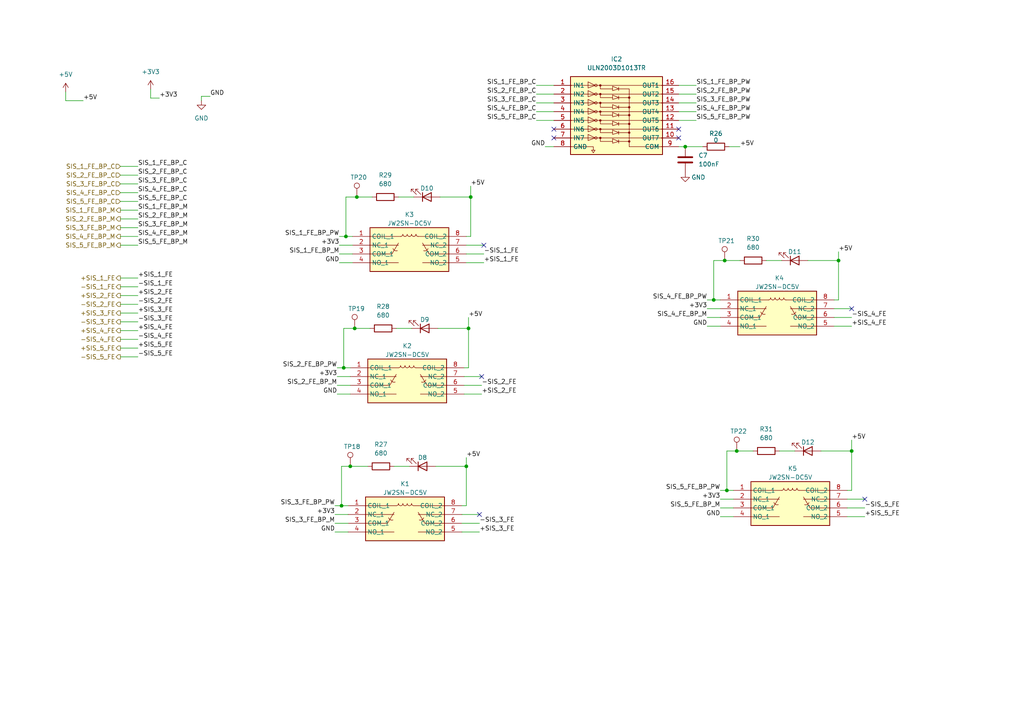
<source format=kicad_sch>
(kicad_sch (version 20211123) (generator eeschema)
  (paper "A4")
  (title_block (title "SAL/T") (date "2024-02-29") (rev "1.2") (company "Universidad de Buenos Aires") (comment 1 "Revisor: Adrian Laiuppa") (comment 2 "Autor: Martín Anús") (comment 3 "Placa principal"))
  (lib_symbols
    (symbol "JW2SN-DC5V_1"
      (property "Reference" "K" (at 16.51 6.35 0))
      (property "Value" "JW2SN-DC5V_1" (at 16.51 3.81 0))
      (symbol "JW2SN-DC5V_1_0_1"
        (polyline (pts (xy 5.08 -7.62) (xy 13.335 -7.62)))
        (polyline (pts (xy 5.08 -5.08) (xy 11.43 -5.08)))
        (polyline (pts (xy 5.08 -2.54) (xy 13.335 -2.54)))
        (polyline (pts (xy 5.08 0) (xy 13.97 0)))
        (polyline (pts (xy 11.43 -5.08) (xy 13.335 -1.905)))
        (polyline (pts (xy 19.05 0) (xy 27.94 0)))
        (polyline (pts (xy 22.225 -5.08) (xy 20.32 -1.905)))
        (polyline (pts (xy 27.94 -7.62) (xy 20.32 -7.62)))
        (polyline (pts (xy 27.94 -5.08) (xy 22.225 -5.08)))
        (polyline (pts (xy 27.94 -2.54) (xy 20.32 -2.54)))
        (arc (start 11.7486 -3.4904) (mid 11.6152 -5.3445) (end 13.0186 -4.1254))
        (arc (start 13.97 0) (mid 15.054 -0.449) (end 14.605 0.635))
        (arc (start 14.605 0.635) (mid 14.156 -0.449) (end 15.24 0))
        (arc (start 15.24 0) (mid 16.324 -0.449) (end 15.875 0.635))
        (arc (start 15.875 0.635) (mid 15.426 -0.449) (end 16.51 0))
        (arc (start 16.51 0) (mid 17.594 -0.449) (end 17.145 0.635))
        (arc (start 17.145 0.635) (mid 16.696 -0.449) (end 17.78 0))
        (arc (start 17.78 0) (mid 18.864 -0.449) (end 18.415 0.635))
        (arc (start 18.415 0.635) (mid 17.966 -0.449) (end 19.05 0))
        (arc (start 20.6375 -4.1275) (mid 22.039 -5.343) (end 21.9075 -3.4925))
      )
      (symbol "JW2SN-DC5V_1_1_1"
        (rectangle (start 5.08 2.54) (end 27.94 -10.16) (stroke (width 0.254)) (fill (type background)))
        (pin passive line (at 0 0 0) (length 5.08) (name "COIL_1") (number "1"))
        (pin passive line (at 0 -2.54 0) (length 5.08) (name "NC_1") (number "2"))
        (pin passive line (at 0 -5.08 0) (length 5.08) (name "COM_1") (number "3"))
        (pin passive line (at 0 -7.62 0) (length 5.08) (name "NO_1") (number "4"))
        (pin passive line (at 33.02 -7.62 180) (length 5.08) (name "NO_2") (number "5"))
        (pin passive line (at 33.02 -5.08 180) (length 5.08) (name "COM_2") (number "6"))
        (pin passive line (at 33.02 -2.54 180) (length 5.08) (name "NC_2") (number "7"))
        (pin passive line (at 33.02 0 180) (length 5.08) (name "COIL_2") (number "8"))
      )
    )
    (symbol "JW2SN-DC5V_2"
      (property "Reference" "K" (at 16.51 6.35 0))
      (property "Value" "JW2SN-DC5V_2" (at 16.51 3.81 0))
      (symbol "JW2SN-DC5V_2_0_1"
        (polyline (pts (xy 5.08 -7.62) (xy 13.335 -7.62)))
        (polyline (pts (xy 5.08 -5.08) (xy 11.43 -5.08)))
        (polyline (pts (xy 5.08 -2.54) (xy 13.335 -2.54)))
        (polyline (pts (xy 5.08 0) (xy 13.97 0)))
        (polyline (pts (xy 11.43 -5.08) (xy 13.335 -1.905)))
        (polyline (pts (xy 19.05 0) (xy 27.94 0)))
        (polyline (pts (xy 22.225 -5.08) (xy 20.32 -1.905)))
        (polyline (pts (xy 27.94 -7.62) (xy 20.32 -7.62)))
        (polyline (pts (xy 27.94 -5.08) (xy 22.225 -5.08)))
        (polyline (pts (xy 27.94 -2.54) (xy 20.32 -2.54)))
        (arc (start 11.7486 -3.4904) (mid 11.6152 -5.3445) (end 13.0186 -4.1254))
        (arc (start 13.97 0) (mid 15.054 -0.449) (end 14.605 0.635))
        (arc (start 14.605 0.635) (mid 14.156 -0.449) (end 15.24 0))
        (arc (start 15.24 0) (mid 16.324 -0.449) (end 15.875 0.635))
        (arc (start 15.875 0.635) (mid 15.426 -0.449) (end 16.51 0))
        (arc (start 16.51 0) (mid 17.594 -0.449) (end 17.145 0.635))
        (arc (start 17.145 0.635) (mid 16.696 -0.449) (end 17.78 0))
        (arc (start 17.78 0) (mid 18.864 -0.449) (end 18.415 0.635))
        (arc (start 18.415 0.635) (mid 17.966 -0.449) (end 19.05 0))
        (arc (start 20.6375 -4.1275) (mid 22.039 -5.343) (end 21.9075 -3.4925))
      )
      (symbol "JW2SN-DC5V_2_1_1"
        (rectangle (start 5.08 2.54) (end 27.94 -10.16) (stroke (width 0.254)) (fill (type background)))
        (pin passive line (at 0 0 0) (length 5.08) (name "COIL_1") (number "1"))
        (pin passive line (at 0 -2.54 0) (length 5.08) (name "NC_1") (number "2"))
        (pin passive line (at 0 -5.08 0) (length 5.08) (name "COM_1") (number "3"))
        (pin passive line (at 0 -7.62 0) (length 5.08) (name "NO_1") (number "4"))
        (pin passive line (at 33.02 -7.62 180) (length 5.08) (name "NO_2") (number "5"))
        (pin passive line (at 33.02 -5.08 180) (length 5.08) (name "COM_2") (number "6"))
        (pin passive line (at 33.02 -2.54 180) (length 5.08) (name "NC_2") (number "7"))
        (pin passive line (at 33.02 0 180) (length 5.08) (name "COIL_2") (number "8"))
      )
    )
    (symbol "JW2SN-DC5V_3"
      (property "Reference" "K" (at 16.51 6.35 0))
      (property "Value" "JW2SN-DC5V_3" (at 16.51 3.81 0))
      (symbol "JW2SN-DC5V_3_0_1"
        (polyline (pts (xy 5.08 -7.62) (xy 13.335 -7.62)))
        (polyline (pts (xy 5.08 -5.08) (xy 11.43 -5.08)))
        (polyline (pts (xy 5.08 -2.54) (xy 13.335 -2.54)))
        (polyline (pts (xy 5.08 0) (xy 13.97 0)))
        (polyline (pts (xy 11.43 -5.08) (xy 13.335 -1.905)))
        (polyline (pts (xy 19.05 0) (xy 27.94 0)))
        (polyline (pts (xy 22.225 -5.08) (xy 20.32 -1.905)))
        (polyline (pts (xy 27.94 -7.62) (xy 20.32 -7.62)))
        (polyline (pts (xy 27.94 -5.08) (xy 22.225 -5.08)))
        (polyline (pts (xy 27.94 -2.54) (xy 20.32 -2.54)))
        (arc (start 11.7486 -3.4904) (mid 11.6152 -5.3445) (end 13.0186 -4.1254))
        (arc (start 13.97 0) (mid 15.054 -0.449) (end 14.605 0.635))
        (arc (start 14.605 0.635) (mid 14.156 -0.449) (end 15.24 0))
        (arc (start 15.24 0) (mid 16.324 -0.449) (end 15.875 0.635))
        (arc (start 15.875 0.635) (mid 15.426 -0.449) (end 16.51 0))
        (arc (start 16.51 0) (mid 17.594 -0.449) (end 17.145 0.635))
        (arc (start 17.145 0.635) (mid 16.696 -0.449) (end 17.78 0))
        (arc (start 17.78 0) (mid 18.864 -0.449) (end 18.415 0.635))
        (arc (start 18.415 0.635) (mid 17.966 -0.449) (end 19.05 0))
        (arc (start 20.6375 -4.1275) (mid 22.039 -5.343) (end 21.9075 -3.4925))
      )
      (symbol "JW2SN-DC5V_3_1_1"
        (rectangle (start 5.08 2.54) (end 27.94 -10.16) (stroke (width 0.254)) (fill (type background)))
        (pin passive line (at 0 0 0) (length 5.08) (name "COIL_1") (number "1"))
        (pin passive line (at 0 -2.54 0) (length 5.08) (name "NC_1") (number "2"))
        (pin passive line (at 0 -5.08 0) (length 5.08) (name "COM_1") (number "3"))
        (pin passive line (at 0 -7.62 0) (length 5.08) (name "NO_1") (number "4"))
        (pin passive line (at 33.02 -7.62 180) (length 5.08) (name "NO_2") (number "5"))
        (pin passive line (at 33.02 -5.08 180) (length 5.08) (name "COM_2") (number "6"))
        (pin passive line (at 33.02 -2.54 180) (length 5.08) (name "NC_2") (number "7"))
        (pin passive line (at 33.02 0 180) (length 5.08) (name "COIL_2") (number "8"))
      )
    )
    (symbol "JW2SN-DC5V_4"
      (property "Reference" "K" (at 16.51 6.35 0))
      (property "Value" "JW2SN-DC5V_4" (at 16.51 3.81 0))
      (symbol "JW2SN-DC5V_4_0_1"
        (polyline (pts (xy 5.08 -7.62) (xy 13.335 -7.62)))
        (polyline (pts (xy 5.08 -5.08) (xy 11.43 -5.08)))
        (polyline (pts (xy 5.08 -2.54) (xy 13.335 -2.54)))
        (polyline (pts (xy 5.08 0) (xy 13.97 0)))
        (polyline (pts (xy 11.43 -5.08) (xy 13.335 -1.905)))
        (polyline (pts (xy 19.05 0) (xy 27.94 0)))
        (polyline (pts (xy 22.225 -5.08) (xy 20.32 -1.905)))
        (polyline (pts (xy 27.94 -7.62) (xy 20.32 -7.62)))
        (polyline (pts (xy 27.94 -5.08) (xy 22.225 -5.08)))
        (polyline (pts (xy 27.94 -2.54) (xy 20.32 -2.54)))
        (arc (start 11.7486 -3.4904) (mid 11.6152 -5.3445) (end 13.0186 -4.1254))
        (arc (start 13.97 0) (mid 15.054 -0.449) (end 14.605 0.635))
        (arc (start 14.605 0.635) (mid 14.156 -0.449) (end 15.24 0))
        (arc (start 15.24 0) (mid 16.324 -0.449) (end 15.875 0.635))
        (arc (start 15.875 0.635) (mid 15.426 -0.449) (end 16.51 0))
        (arc (start 16.51 0) (mid 17.594 -0.449) (end 17.145 0.635))
        (arc (start 17.145 0.635) (mid 16.696 -0.449) (end 17.78 0))
        (arc (start 17.78 0) (mid 18.864 -0.449) (end 18.415 0.635))
        (arc (start 18.415 0.635) (mid 17.966 -0.449) (end 19.05 0))
        (arc (start 20.6375 -4.1275) (mid 22.039 -5.343) (end 21.9075 -3.4925))
      )
      (symbol "JW2SN-DC5V_4_1_1"
        (rectangle (start 5.08 2.54) (end 27.94 -10.16) (stroke (width 0.254)) (fill (type background)))
        (pin passive line (at 0 0 0) (length 5.08) (name "COIL_1") (number "1"))
        (pin passive line (at 0 -2.54 0) (length 5.08) (name "NC_1") (number "2"))
        (pin passive line (at 0 -5.08 0) (length 5.08) (name "COM_1") (number "3"))
        (pin passive line (at 0 -7.62 0) (length 5.08) (name "NO_1") (number "4"))
        (pin passive line (at 33.02 -7.62 180) (length 5.08) (name "NO_2") (number "5"))
        (pin passive line (at 33.02 -5.08 180) (length 5.08) (name "COM_2") (number "6"))
        (pin passive line (at 33.02 -2.54 180) (length 5.08) (name "NC_2") (number "7"))
        (pin passive line (at 33.02 0 180) (length 5.08) (name "COIL_2") (number "8"))
      )
    )
    (symbol "power:+3V3" (power) (pin_names (offset 0))
      (property "Value" "+3V3" (at 0 3.556 0))
      (symbol "+3V3_0_1"
        (polyline (pts (xy -0.762 1.27) (xy 0 2.54)))
        (polyline (pts (xy 0 0) (xy 0 2.54)))
        (polyline (pts (xy 0 2.54) (xy 0.762 1.27)))
      )
      (symbol "+3V3_1_1"
        (pin power_in line (at 0 0 90) (length 0) hide (name "+3V3") (number "1"))
      )
    )
    (symbol "power:+5V" (power) (pin_names (offset 0))
      (property "Value" "+5V" (at 0 3.556 0))
      (symbol "+5V_0_1"
        (polyline (pts (xy -0.762 1.27) (xy 0 2.54)))
        (polyline (pts (xy 0 0) (xy 0 2.54)))
        (polyline (pts (xy 0 2.54) (xy 0.762 1.27)))
      )
      (symbol "+5V_1_1"
        (pin power_in line (at 0 0 90) (length 0) hide (name "+5V") (number "1"))
      )
    )
    (symbol "power:GND" (power) (pin_names (offset 0))
      (property "Value" "GND" (at 0 -3.81 0))
      (symbol "GND_0_1"
        (polyline (pts (xy 0 0) (xy 0 -1.27) (xy 1.27 -1.27) (xy 0 -2.54) (xy -1.27 -1.27) (xy 0 -1.27)))
      )
      (symbol "GND_1_1"
        (pin power_in line (at 0 0 270) (length 0) hide (name "GND") (number "1"))
      )
    )
    (symbol "salt:C_100nF" (pin_numbers hide) (pin_names (offset 0.254))
      (property "Reference" "C" (at 0.635 2.54 0))
      (property "Value" "C_100nF" (at 0.635 -2.54 0))
      (symbol "C_100nF_0_1"
        (polyline (pts (xy -2.032 -0.762) (xy 2.032 -0.762)) (stroke (width 0.508)))
        (polyline (pts (xy -2.032 0.762) (xy 2.032 0.762)) (stroke (width 0.508)))
      )
      (symbol "C_100nF_1_1"
        (pin passive line (at 0 3.81 270) (length 2.794) (name "~") (number "1"))
        (pin passive line (at 0 -3.81 90) (length 2.794) (name "~") (number "2"))
      )
    )
    (symbol "salt:JW2SN-DC5V"
      (property "Reference" "K" (at 16.51 6.35 0))
      (property "Value" "JW2SN-DC5V" (at 16.51 3.81 0))
      (symbol "JW2SN-DC5V_0_1"
        (polyline (pts (xy 5.08 -7.62) (xy 13.335 -7.62)))
        (polyline (pts (xy 5.08 -5.08) (xy 11.43 -5.08)))
        (polyline (pts (xy 5.08 -2.54) (xy 13.335 -2.54)))
        (polyline (pts (xy 5.08 0) (xy 13.97 0)))
        (polyline (pts (xy 11.43 -5.08) (xy 13.335 -1.905)))
        (polyline (pts (xy 19.05 0) (xy 27.94 0)))
        (polyline (pts (xy 22.225 -5.08) (xy 20.32 -1.905)))
        (polyline (pts (xy 27.94 -7.62) (xy 20.32 -7.62)))
        (polyline (pts (xy 27.94 -5.08) (xy 22.225 -5.08)))
        (polyline (pts (xy 27.94 -2.54) (xy 20.32 -2.54)))
        (arc (start 11.7486 -3.4904) (mid 11.6152 -5.3445) (end 13.0186 -4.1254))
        (arc (start 13.97 0) (mid 15.054 -0.449) (end 14.605 0.635))
        (arc (start 14.605 0.635) (mid 14.156 -0.449) (end 15.24 0))
        (arc (start 15.24 0) (mid 16.324 -0.449) (end 15.875 0.635))
        (arc (start 15.875 0.635) (mid 15.426 -0.449) (end 16.51 0))
        (arc (start 16.51 0) (mid 17.594 -0.449) (end 17.145 0.635))
        (arc (start 17.145 0.635) (mid 16.696 -0.449) (end 17.78 0))
        (arc (start 17.78 0) (mid 18.864 -0.449) (end 18.415 0.635))
        (arc (start 18.415 0.635) (mid 17.966 -0.449) (end 19.05 0))
        (arc (start 20.6375 -4.1275) (mid 22.039 -5.343) (end 21.9075 -3.4925))
      )
      (symbol "JW2SN-DC5V_1_1"
        (rectangle (start 5.08 2.54) (end 27.94 -10.16) (stroke (width 0.254)) (fill (type background)))
        (pin passive line (at 0 0 0) (length 5.08) (name "COIL_1") (number "1"))
        (pin passive line (at 0 -2.54 0) (length 5.08) (name "NC_1") (number "2"))
        (pin passive line (at 0 -5.08 0) (length 5.08) (name "COM_1") (number "3"))
        (pin passive line (at 0 -7.62 0) (length 5.08) (name "NO_1") (number "4"))
        (pin passive line (at 33.02 -7.62 180) (length 5.08) (name "NO_2") (number "5"))
        (pin passive line (at 33.02 -5.08 180) (length 5.08) (name "COM_2") (number "6"))
        (pin passive line (at 33.02 -2.54 180) (length 5.08) (name "NC_2") (number "7"))
        (pin passive line (at 33.02 0 180) (length 5.08) (name "COIL_2") (number "8"))
      )
    )
    (symbol "salt:LED" (pin_numbers hide) (pin_names (offset 1.016) hide)
      (property "Reference" "D" (at 0 2.54 0))
      (symbol "LED_0_1"
        (polyline (pts (xy -1.27 -1.27) (xy -1.27 1.27)) (stroke (width 0.254)))
        (polyline (pts (xy -1.27 0) (xy 1.27 0)))
        (polyline (pts (xy 1.27 -1.27) (xy 1.27 1.27) (xy -1.27 0) (xy 1.27 -1.27)) (stroke (width 0.254)))
        (polyline (pts (xy -3.048 -0.762) (xy -4.572 -2.286) (xy -3.81 -2.286) (xy -4.572 -2.286) (xy -4.572 -1.524)))
        (polyline (pts (xy -1.778 -0.762) (xy -3.302 -2.286) (xy -2.54 -2.286) (xy -3.302 -2.286) (xy -3.302 -1.524)))
      )
      (symbol "LED_1_1"
        (pin passive line (at -3.81 0 0) (length 2.54) (name "K") (number "1"))
        (pin passive line (at 3.81 0 180) (length 2.54) (name "A") (number "2"))
      )
    )
    (symbol "salt:R_0" (pin_numbers hide) (pin_names (offset 1.016) hide)
      (property "Reference" "R" (at -2.032 1.524 0))
      (property "Value" "R_0" (at -4.318 -0.254 0))
      (symbol "R_0_0_1"
        (rectangle (start -1.016 -2.54) (end 1.016 2.54) (stroke (width 0.254)))
      )
      (symbol "R_0_1_1"
        (pin passive line (at 0 3.81 270) (length 1.27) (name "~") (number "1"))
        (pin passive line (at 0 -3.81 90) (length 1.27) (name "~") (number "2"))
      )
    )
    (symbol "salt:R_680" (pin_numbers hide) (pin_names (offset 1.016) hide)
      (property "Reference" "R" (at -2.032 1.524 0))
      (property "Value" "R_680" (at -4.318 -0.254 0))
      (symbol "R_680_0_1"
        (rectangle (start -1.016 -2.54) (end 1.016 2.54) (stroke (width 0.254)))
      )
      (symbol "R_680_1_1"
        (pin passive line (at 0 3.81 270) (length 1.27) (name "~") (number "1"))
        (pin passive line (at 0 -3.81 90) (length 1.27) (name "~") (number "2"))
      )
    )
    (symbol "salt:TestPoint" (pin_numbers hide) (pin_names (offset 0.762) hide)
      (property "Reference" "TP" (at 0 6.858 0))
      (property "Value" "TestPoint" (at 0 5.08 0))
      (symbol "TestPoint_0_1"
        (circle (center 0 3.302) (radius 0.762))
      )
      (symbol "TestPoint_1_1"
        (pin passive line (at 0 0 90) (length 2.54) (name "1") (number "1"))
      )
    )
    (symbol "salt:ULN2003D1013TR"
      (property "Reference" "IC" (at 27.178 5.588 0))
      (property "Value" "ULN2003D1013TR" (at 28.194 3.556 0))
      (symbol "ULN2003D1013TR_0_0"
        (text "" (at 10.922 -13.208 0) (effects (font (size 1.27 1.27))))
      )
      (symbol "ULN2003D1013TR_0_1"
        (polyline (pts (xy 4.826 0) (xy 30.988 0)))
        (polyline (pts (xy 5.08 -15.24) (xy 31.496 -15.24)))
        (polyline (pts (xy 5.08 -12.7) (xy 31.242 -12.7)))
        (polyline (pts (xy 5.08 -10.16) (xy 31.242 -10.16)))
        (polyline (pts (xy 5.08 -7.62) (xy 31.242 -7.62)))
        (polyline (pts (xy 5.08 -5.08) (xy 31.242 -5.08)))
        (polyline (pts (xy 5.08 -2.54) (xy 31.242 -2.54)))
        (polyline (pts (xy 18.542 -8.636) (xy 21.59 -8.636)))
        (polyline (pts (xy 18.542 -6.35) (xy 21.59 -6.35)))
        (polyline (pts (xy 18.796 -16.256) (xy 21.844 -16.256)))
        (polyline (pts (xy 18.796 -15.748) (xy 18.796 -16.764)))
        (polyline (pts (xy 18.796 -13.716) (xy 21.844 -13.716)))
        (polyline (pts (xy 18.796 -13.208) (xy 18.796 -14.224)))
        (polyline (pts (xy 18.796 -11.176) (xy 21.844 -11.176)))
        (polyline (pts (xy 18.796 -10.668) (xy 18.796 -11.684)))
        (polyline (pts (xy 18.796 -8.128) (xy 18.796 -9.144)))
        (polyline (pts (xy 18.796 -5.842) (xy 18.796 -6.858)))
        (polyline (pts (xy 18.796 -3.556) (xy 21.844 -3.556)))
        (polyline (pts (xy 18.796 -3.048) (xy 18.796 -4.064)))
        (polyline (pts (xy 18.796 -0.508) (xy 18.796 -1.524)))
        (polyline (pts (xy 21.844 -17.78) (xy 31.496 -17.78)))
        (polyline (pts (xy 5.08 -17.78) (xy 11.43 -17.78) (xy 11.43 -18.796)))
        (polyline (pts (xy 13.462 -15.24) (xy 13.462 -16.256) (xy 17.018 -16.256)))
        (polyline (pts (xy 13.462 -12.7) (xy 13.462 -13.716) (xy 17.018 -13.716)))
        (polyline (pts (xy 13.462 -10.16) (xy 13.462 -11.176) (xy 17.018 -11.176)))
        (polyline (pts (xy 13.462 -7.62) (xy 13.462 -8.636) (xy 17.018 -8.636)))
        (polyline (pts (xy 13.462 -5.334) (xy 13.462 -6.35) (xy 17.018 -6.35)))
        (polyline (pts (xy 13.462 -2.54) (xy 13.462 -3.556) (xy 17.018 -3.556)))
        (polyline (pts (xy 13.462 0) (xy 13.462 -1.016) (xy 17.018 -1.016)))
        (polyline (pts (xy 21.844 -17.78) (xy 21.844 -1.016) (xy 18.796 -1.016)))
        (polyline (pts (xy 9.906 -14.224) (xy 9.906 -16.002) (xy 11.938 -15.24) (xy 9.906 -14.224)))
        (polyline (pts (xy 9.906 -11.684) (xy 9.906 -13.462) (xy 11.938 -12.7) (xy 9.906 -11.684)))
        (polyline (pts (xy 9.906 -9.144) (xy 9.906 -10.922) (xy 11.938 -10.16) (xy 9.906 -9.144)))
        (polyline (pts (xy 9.906 -6.604) (xy 9.906 -8.382) (xy 11.938 -7.62) (xy 9.906 -6.604)))
        (polyline (pts (xy 9.906 -4.064) (xy 9.906 -5.842) (xy 11.938 -5.08) (xy 9.906 -4.064)))
        (polyline (pts (xy 9.906 -1.524) (xy 9.906 -3.302) (xy 11.938 -2.54) (xy 9.906 -1.524)))
        (polyline (pts (xy 9.906 1.016) (xy 9.906 -0.762) (xy 11.938 0) (xy 9.906 1.016)))
        (polyline (pts (xy 10.922 -18.796) (xy 11.938 -18.796) (xy 11.43 -19.558) (xy 10.922 -18.796)))
        (polyline (pts (xy 17.018 -15.494) (xy 17.018 -16.764) (xy 18.796 -16.256) (xy 17.018 -15.494)))
        (polyline (pts (xy 17.018 -12.954) (xy 17.018 -14.224) (xy 18.796 -13.716) (xy 17.018 -12.954)))
        (polyline (pts (xy 17.018 -10.414) (xy 17.018 -11.684) (xy 18.796 -11.176) (xy 17.018 -10.414)))
        (polyline (pts (xy 17.018 -7.874) (xy 17.018 -9.144) (xy 18.796 -8.636) (xy 17.018 -7.874)))
        (polyline (pts (xy 17.018 -5.588) (xy 17.018 -6.858) (xy 18.796 -6.35) (xy 17.018 -5.588)))
        (polyline (pts (xy 17.018 -2.794) (xy 17.018 -4.064) (xy 18.796 -3.556) (xy 17.018 -2.794)))
        (polyline (pts (xy 17.018 -0.254) (xy 17.018 -1.524) (xy 18.796 -1.016) (xy 17.018 -0.254)))
        (circle (center 12.192 -15.24) (radius 0.3592))
        (circle (center 12.192 -12.7) (radius 0.3592))
        (circle (center 12.192 -10.16) (radius 0.3592))
        (circle (center 12.192 -7.62) (radius 0.3592))
        (circle (center 12.192 -5.08) (radius 0.3592))
        (circle (center 12.192 -2.54) (radius 0.3592))
        (circle (center 12.192 0) (radius 0.3592))
        (circle (center 13.462 -15.24) (radius 0.254) (fill (type outline)))
        (circle (center 13.462 -12.7) (radius 0.254) (fill (type outline)))
        (circle (center 13.462 -10.16) (radius 0.254) (fill (type outline)))
        (circle (center 13.462 -7.62) (radius 0.254) (fill (type outline)))
        (circle (center 13.462 -5.08) (radius 0.254) (fill (type outline)))
        (circle (center 13.462 -2.54) (radius 0.254) (fill (type outline)))
        (circle (center 13.462 0) (radius 0.254) (fill (type outline)))
        (circle (center 21.844 -16.256) (radius 0.254) (fill (type outline)))
        (circle (center 21.844 -13.716) (radius 0.254) (fill (type outline)))
        (circle (center 21.844 -11.176) (radius 0.254) (fill (type outline)))
        (circle (center 21.844 -8.636) (radius 0.254) (fill (type outline)))
        (circle (center 21.844 -6.35) (radius 0.254) (fill (type outline)))
        (circle (center 21.844 -3.556) (radius 0.254) (fill (type outline)))
      )
      (symbol "ULN2003D1013TR_1_1"
        (rectangle (start 4.826 2.54) (end 31.496 -20.066) (stroke (width 0.254)) (fill (type background)))
        (pin passive line (at 0 0 0) (length 5.08) (name "IN1") (number "1"))
        (pin passive line (at 36.195 -15.24 180) (length 5.08) (name "OUT7") (number "10"))
        (pin passive line (at 36.195 -12.7 180) (length 5.08) (name "OUT6") (number "11"))
        (pin passive line (at 36.195 -10.16 180) (length 5.08) (name "OUT5") (number "12"))
        (pin passive line (at 36.195 -7.62 180) (length 5.08) (name "OUT4") (number "13"))
        (pin passive line (at 36.195 -5.08 180) (length 5.08) (name "OUT3") (number "14"))
        (pin passive line (at 36.195 -2.54 180) (length 5.08) (name "OUT2") (number "15"))
        (pin passive line (at 36.195 0 180) (length 5.08) (name "OUT1") (number "16"))
        (pin passive line (at 0 -2.54 0) (length 5.08) (name "IN2") (number "2"))
        (pin passive line (at 0 -5.08 0) (length 5.08) (name "IN3") (number "3"))
        (pin passive line (at 0 -7.62 0) (length 5.08) (name "IN4") (number "4"))
        (pin passive line (at 0 -10.16 0) (length 5.08) (name "IN5") (number "5"))
        (pin passive line (at 0 -12.7 0) (length 5.08) (name "IN6") (number "6"))
        (pin passive line (at 0 -15.24 0) (length 5.08) (name "IN7") (number "7"))
        (pin passive line (at 0 -17.78 0) (length 5.08) (name "GND") (number "8"))
        (pin passive line (at 36.195 -17.78 180) (length 5.08) (name "COM") (number "9"))
      )
    )
  )
  (junction (at 136.525 57.15))
  (junction (at 102.87 95.25))
  (junction (at 100.33 68.58))
  (junction (at 210.185 75.565))
  (junction (at 243.205 75.565))
  (junction (at 101.6 135.255))
  (junction (at 247.015 130.81))
  (junction (at 135.255 135.255))
  (junction (at 210.82 142.24))
  (junction (at 99.06 146.685))
  (junction (at 99.695 106.68))
  (junction (at 135.89 95.25))
  (junction (at 213.6904 130.81))
  (junction (at 103.505 57.15))
  (junction (at 207.01 86.995))
  (junction (at 198.755 42.545))
  (no_connect (at 140.335 71.12))
  (no_connect (at 196.85 40.005))
  (no_connect (at 139.065 149.225))
  (no_connect (at 139.7 109.22))
  (no_connect (at 160.655 40.005))
  (no_connect (at 250.825 144.78))
  (no_connect (at 196.85 37.465))
  (no_connect (at 160.655 37.465))
  (no_connect (at 247.015 89.535))
  (wire (pts (xy 135.255 73.66) (xy 140.335 73.66)))
  (wire (pts (xy 247.015 127.635) (xy 247.015 130.81)))
  (wire (pts (xy 34.925 80.645) (xy 40.005 80.645)))
  (wire (pts (xy 98.425 71.12) (xy 102.235 71.12)))
  (wire (pts (xy 133.985 149.225) (xy 139.065 149.225)))
  (wire (pts (xy 226.06 130.81) (xy 230.505 130.81)))
  (wire (pts (xy 196.85 42.545) (xy 198.755 42.545)))
  (wire (pts (xy 43.688 28.448) (xy 46.228 28.448)))
  (wire (pts (xy 210.82 130.81) (xy 213.6904 130.81)))
  (wire (pts (xy 34.925 95.885) (xy 40.005 95.885)))
  (wire (pts (xy 210.185 75.565) (xy 214.63 75.565)))
  (wire (pts (xy 160.655 34.925) (xy 155.575 34.925)))
  (wire (pts (xy 97.155 151.765) (xy 100.965 151.765)))
  (wire (pts (xy 133.985 151.765) (xy 139.065 151.765)))
  (wire (pts (xy 160.655 29.845) (xy 155.575 29.845)))
  (wire (pts (xy 205.105 89.535) (xy 208.915 89.535)))
  (wire (pts (xy 136.525 53.975) (xy 136.525 57.15)))
  (wire (pts (xy 135.255 68.58) (xy 136.525 68.58)))
  (wire (pts (xy 99.695 106.68) (xy 101.6 106.68)))
  (wire (pts (xy 19.05 26.67) (xy 19.05 29.21)))
  (wire (pts (xy 98.425 73.66) (xy 102.235 73.66)))
  (wire (pts (xy 196.85 27.305) (xy 201.93 27.305)))
  (wire (pts (xy 34.925 60.96) (xy 40.005 60.96)))
  (wire (pts (xy 134.62 109.22) (xy 139.7 109.22)))
  (wire (pts (xy 205.105 94.615) (xy 208.915 94.615)))
  (wire (pts (xy 135.89 92.075) (xy 135.89 95.25)))
  (wire (pts (xy 210.82 142.24) (xy 212.725 142.24)))
  (wire (pts (xy 134.62 106.68) (xy 135.89 106.68)))
  (wire (pts (xy 34.925 100.965) (xy 40.005 100.965)))
  (wire (pts (xy 97.79 109.22) (xy 101.6 109.22)))
  (wire (pts (xy 196.85 32.385) (xy 201.93 32.385)))
  (wire (pts (xy 135.255 132.715) (xy 135.255 135.255)))
  (wire (pts (xy 43.688 25.908) (xy 43.688 28.448)))
  (wire (pts (xy 34.925 83.185) (xy 40.005 83.185)))
  (wire (pts (xy 207.01 75.565) (xy 207.01 86.995)))
  (wire (pts (xy 34.925 66.04) (xy 40.005 66.04)))
  (wire (pts (xy 34.925 63.5) (xy 40.005 63.5)))
  (wire (pts (xy 34.925 103.505) (xy 40.005 103.505)))
  (wire (pts (xy 245.745 144.78) (xy 250.825 144.78)))
  (wire (pts (xy 99.06 146.685) (xy 100.965 146.685)))
  (wire (pts (xy 99.695 95.25) (xy 102.87 95.25)))
  (wire (pts (xy 34.925 48.26) (xy 40.005 48.26)))
  (wire (pts (xy 208.915 144.78) (xy 212.725 144.78)))
  (wire (pts (xy 34.925 50.8) (xy 40.005 50.8)))
  (wire (pts (xy 160.655 24.765) (xy 155.575 24.765)))
  (wire (pts (xy 238.125 130.81) (xy 247.015 130.81)))
  (wire (pts (xy 205.105 92.075) (xy 208.915 92.075)))
  (wire (pts (xy 34.925 71.12) (xy 40.005 71.12)))
  (wire (pts (xy 158.115 42.545) (xy 160.655 42.545)))
  (wire (pts (xy 58.42 29.21) (xy 58.42 27.94)))
  (wire (pts (xy 19.05 29.21) (xy 24.13 29.21)))
  (wire (pts (xy 102.87 95.25) (xy 107.315 95.25)))
  (wire (pts (xy 208.915 147.32) (xy 212.725 147.32)))
  (wire (pts (xy 98.425 76.2) (xy 102.235 76.2)))
  (wire (pts (xy 126.365 135.255) (xy 135.255 135.255)))
  (wire (pts (xy 196.85 24.765) (xy 201.93 24.765)))
  (wire (pts (xy 97.155 146.685) (xy 99.06 146.685)))
  (wire (pts (xy 198.755 42.545) (xy 203.835 42.545)))
  (wire (pts (xy 97.155 149.225) (xy 100.965 149.225)))
  (wire (pts (xy 207.01 75.565) (xy 210.185 75.565)))
  (wire (pts (xy 97.79 106.68) (xy 99.695 106.68)))
  (wire (pts (xy 114.3 135.255) (xy 118.745 135.255)))
  (wire (pts (xy 34.925 88.265) (xy 40.005 88.265)))
  (wire (pts (xy 99.06 135.255) (xy 101.6 135.255)))
  (wire (pts (xy 34.925 58.42) (xy 40.005 58.42)))
  (wire (pts (xy 127 95.25) (xy 135.89 95.25)))
  (wire (pts (xy 222.25 75.565) (xy 226.695 75.565)))
  (wire (pts (xy 241.935 92.075) (xy 247.015 92.075)))
  (wire (pts (xy 160.655 27.305) (xy 155.575 27.305)))
  (wire (pts (xy 241.935 89.535) (xy 247.015 89.535)))
  (wire (pts (xy 245.745 147.32) (xy 250.825 147.32)))
  (wire (pts (xy 247.015 130.81) (xy 247.015 142.24)))
  (wire (pts (xy 34.925 98.425) (xy 40.005 98.425)))
  (wire (pts (xy 205.105 86.995) (xy 207.01 86.995)))
  (wire (pts (xy 135.255 135.255) (xy 135.255 146.685)))
  (wire (pts (xy 210.82 130.81) (xy 210.82 142.24)))
  (wire (pts (xy 99.695 95.25) (xy 99.695 106.68)))
  (wire (pts (xy 241.935 94.615) (xy 247.015 94.615)))
  (wire (pts (xy 100.33 57.15) (xy 100.33 68.58)))
  (wire (pts (xy 98.425 68.58) (xy 100.33 68.58)))
  (wire (pts (xy 34.925 68.58) (xy 40.005 68.58)))
  (wire (pts (xy 245.745 149.86) (xy 250.825 149.86)))
  (wire (pts (xy 34.925 93.345) (xy 40.005 93.345)))
  (wire (pts (xy 243.205 73.025) (xy 243.205 75.565)))
  (wire (pts (xy 160.655 32.385) (xy 155.575 32.385)))
  (wire (pts (xy 99.06 135.255) (xy 99.06 146.685)))
  (wire (pts (xy 136.525 57.15) (xy 136.525 68.58)))
  (wire (pts (xy 133.985 154.305) (xy 139.065 154.305)))
  (wire (pts (xy 101.6 135.255) (xy 106.68 135.255)))
  (wire (pts (xy 103.505 57.15) (xy 107.95 57.15)))
  (wire (pts (xy 207.01 86.995) (xy 208.915 86.995)))
  (wire (pts (xy 97.79 111.76) (xy 101.6 111.76)))
  (wire (pts (xy 34.925 53.34) (xy 40.005 53.34)))
  (wire (pts (xy 34.925 90.805) (xy 40.005 90.805)))
  (wire (pts (xy 114.935 95.25) (xy 119.38 95.25)))
  (wire (pts (xy 134.62 114.3) (xy 139.7 114.3)))
  (wire (pts (xy 208.915 149.86) (xy 212.725 149.86)))
  (wire (pts (xy 58.42 27.94) (xy 60.96 27.94)))
  (wire (pts (xy 100.33 57.15) (xy 103.505 57.15)))
  (wire (pts (xy 208.915 142.24) (xy 210.82 142.24)))
  (wire (pts (xy 97.79 114.3) (xy 101.6 114.3)))
  (wire (pts (xy 196.85 34.925) (xy 201.93 34.925)))
  (wire (pts (xy 134.62 111.76) (xy 139.7 111.76)))
  (wire (pts (xy 133.985 146.685) (xy 135.255 146.685)))
  (wire (pts (xy 100.33 68.58) (xy 102.235 68.58)))
  (wire (pts (xy 34.925 55.88) (xy 40.005 55.88)))
  (wire (pts (xy 243.205 75.565) (xy 243.205 86.995)))
  (wire (pts (xy 234.315 75.565) (xy 243.205 75.565)))
  (wire (pts (xy 211.455 42.545) (xy 214.63 42.545)))
  (wire (pts (xy 135.255 71.12) (xy 140.335 71.12)))
  (wire (pts (xy 97.155 154.305) (xy 100.965 154.305)))
  (wire (pts (xy 245.745 142.24) (xy 247.015 142.24)))
  (wire (pts (xy 115.57 57.15) (xy 120.015 57.15)))
  (wire (pts (xy 241.935 86.995) (xy 243.205 86.995)))
  (wire (pts (xy 196.85 29.845) (xy 201.93 29.845)))
  (wire (pts (xy 135.89 95.25) (xy 135.89 106.68)))
  (wire (pts (xy 127.635 57.15) (xy 136.525 57.15)))
  (wire (pts (xy 34.925 85.725) (xy 40.005 85.725)))
  (wire (pts (xy 135.255 76.2) (xy 140.335 76.2)))
  (wire (pts (xy 213.6904 130.81) (xy 218.44 130.81)))
  (label "SIS_1_FE_BP_C" (at 40.005 48.26 0))
  (label "+SIS_3_FE" (at 40.005 90.805 0))
  (label "+5V" (at 136.525 53.975 0))
  (label "GND" (at 60.96 27.94 0))
  (label "SIS_4_FE_BP_M" (at 40.005 68.58 0))
  (label "SIS_5_FE_BP_M" (at 208.915 147.32 180))
  (label "SIS_5_FE_BP_M" (at 40.005 71.12 0))
  (label "SIS_1_FE_BP_M" (at 40.005 60.96 0))
  (label "+5V" (at 24.13 29.21 0))
  (label "SIS_4_FE_BP_C" (at 155.575 32.385 180))
  (label "+5V" (at 247.015 127.635 0))
  (label "SIS_3_FE_BP_C" (at 155.575 29.845 180))
  (label "+SIS_5_FE" (at 40.005 100.965 0))
  (label "GND" (at 97.79 114.3 180))
  (label "-SIS_3_FE" (at 139.065 151.765 0))
  (label "+SIS_5_FE" (at 250.825 149.86 0))
  (label "-SIS_1_FE" (at 40.005 83.185 0))
  (label "+SIS_2_FE" (at 139.7 114.3 0))
  (label "-SIS_4_FE" (at 247.015 92.075 0))
  (label "SIS_5_FE_BP_PW" (at 208.915 142.24 180))
  (label "-SIS_5_FE" (at 40.005 103.505 0))
  (label "SIS_4_FE_BP_PW" (at 201.93 32.385 0))
  (label "SIS_5_FE_BP_C" (at 155.575 34.925 180))
  (label "+3V3" (at 97.155 149.225 180))
  (label "+SIS_1_FE" (at 40.005 80.645 0))
  (label "GND" (at 158.115 42.545 180))
  (label "SIS_4_FE_BP_PW" (at 205.105 86.995 180))
  (label "+SIS_2_FE" (at 40.005 85.725 0))
  (label "SIS_3_FE_BP_PW" (at 97.155 146.685 180))
  (label "-SIS_4_FE" (at 40.005 98.425 0))
  (label "SIS_1_FE_BP_C" (at 155.575 24.765 180))
  (label "SIS_5_FE_BP_PW" (at 201.93 34.925 0))
  (label "+3V3" (at 208.915 144.78 180))
  (label "+5V" (at 243.205 73.025 0))
  (label "GND" (at 97.155 154.305 180))
  (label "SIS_5_FE_BP_C" (at 40.005 58.42 0))
  (label "+SIS_1_FE" (at 140.335 76.2 0))
  (label "GND" (at 98.425 76.2 180))
  (label "SIS_1_FE_BP_PW" (at 201.93 24.765 0))
  (label "SIS_2_FE_BP_M" (at 97.79 111.76 180))
  (label "+5V" (at 214.63 42.545 0))
  (label "+3V3" (at 205.105 89.535 180))
  (label "SIS_3_FE_BP_M" (at 40.005 66.04 0))
  (label "-SIS_2_FE" (at 139.7 111.76 0))
  (label "SIS_2_FE_BP_C" (at 155.575 27.305 180))
  (label "SIS_3_FE_BP_M" (at 97.155 151.765 180))
  (label "+SIS_4_FE" (at 40.005 95.885 0))
  (label "+5V" (at 135.255 132.715 0))
  (label "GND" (at 208.915 149.86 180))
  (label "+SIS_4_FE" (at 247.015 94.615 0))
  (label "SIS_4_FE_BP_C" (at 40.005 55.88 0))
  (label "SIS_3_FE_BP_PW" (at 201.93 29.845 0))
  (label "+3V3" (at 46.228 28.448 0))
  (label "SIS_2_FE_BP_C" (at 40.005 50.8 0))
  (label "-SIS_1_FE" (at 140.335 73.66 0))
  (label "+3V3" (at 98.425 71.12 180))
  (label "+SIS_3_FE" (at 139.065 154.305 0))
  (label "SIS_2_FE_BP_M" (at 40.005 63.5 0))
  (label "GND" (at 205.105 94.615 180))
  (label "+5V" (at 135.89 92.075 0))
  (label "-SIS_2_FE" (at 40.005 88.265 0))
  (label "-SIS_3_FE" (at 40.005 93.345 0))
  (label "SIS_3_FE_BP_C" (at 40.005 53.34 0))
  (label "+3V3" (at 97.79 109.22 180))
  (label "-SIS_5_FE" (at 250.825 147.32 0))
  (label "SIS_2_FE_BP_PW" (at 97.79 106.68 180))
  (label "SIS_1_FE_BP_PW" (at 98.425 68.58 180))
  (label "SIS_2_FE_BP_PW" (at 201.93 27.305 0))
  (label "SIS_1_FE_BP_M" (at 98.425 73.66 180))
  (label "SIS_4_FE_BP_M" (at 205.105 92.075 180))
  (hierarchical_label "SIS_2_FE_BP_C" (shape input) (at 34.925 50.8 180))
  (hierarchical_label "-SIS_5_FE" (shape output) (at 34.925 103.505 180))
  (hierarchical_label "SIS_5_FE_BP_C" (shape input) (at 34.925 58.42 180))
  (hierarchical_label "-SIS_3_FE" (shape output) (at 34.925 93.345 180))
  (hierarchical_label "SIS_5_FE_BP_M" (shape output) (at 34.925 71.12 180))
  (hierarchical_label "-SIS_4_FE" (shape output) (at 34.925 98.425 180))
  (hierarchical_label "-SIS_2_FE" (shape output) (at 34.925 88.265 180))
  (hierarchical_label "-SIS_1_FE" (shape output) (at 34.925 83.185 180))
  (hierarchical_label "SIS_4_FE_BP_M" (shape output) (at 34.925 68.58 180))
  (hierarchical_label "SIS_3_FE_BP_M" (shape output) (at 34.925 66.04 180))
  (hierarchical_label "SIS_1_FE_BP_M" (shape output) (at 34.925 60.96 180))
  (hierarchical_label "+SIS_2_FE" (shape output) (at 34.925 85.725 180))
  (hierarchical_label "+SIS_5_FE" (shape output) (at 34.925 100.965 180))
  (hierarchical_label "+SIS_4_FE" (shape output) (at 34.925 95.885 180))
  (hierarchical_label "SIS_3_FE_BP_C" (shape input) (at 34.925 53.34 180))
  (hierarchical_label "SIS_1_FE_BP_C" (shape input) (at 34.925 48.26 180))
  (hierarchical_label "SIS_2_FE_BP_M" (shape output) (at 34.925 63.5 180))
  (hierarchical_label "+SIS_3_FE" (shape output) (at 34.925 90.805 180))
  (hierarchical_label "+SIS_1_FE" (shape output) (at 34.925 80.645 180))
  (hierarchical_label "SIS_4_FE_BP_C" (shape input) (at 34.925 55.88 180))
  (symbol (lib_id "salt:R_680") (at 111.76 57.15 270) (unit 1)
    (property "Reference" "R29" (at 111.76 50.8 90))
    (property "Value" "680" (at 111.76 53.34 90))
    (property "Footprint" "Resistor_SMD:R_0805_2012Metric_Pad1.20x1.40mm_HandSolder" (effects hide))
    (property "Datasheet" "https://ar.mouser.com/datasheet/2/447/PYu_RC_Group_51_RoHS_L_11-1984063.pdf" (effects hide))
    (property "Mouser Part Number" "603-RC0805FR-13680RL" (effects hide))
    (property "Mouser Price/Stock" "https://ar.mouser.com/ProductDetail/YAGEO/RC0805FR-13680RL?qs=m6lXFsvg5e3C9RY8lrBC%2Fw%3D%3D" (effects hide))
    (property "Manufacturer_Name" "YAGEO" (effects hide))
    (property "Manufacturer_Part_Number" "RC0805FR-13680RL" (effects hide))
  )
  (symbol (lib_id "salt:LED") (at 123.825 57.15 0) (mirror x) (unit 1)
    (property "Reference" "D10" (at 123.825 54.61 0))
    (property "Value" "LED" (effects hide))
    (property "Footprint" "LED_SMD:LED_0805_2012Metric_Pad1.15x1.40mm_HandSolder" (effects hide))
    (property "Datasheet" "https://www.we-online.com/catalog/datasheet/150080VS75000.pdf" (effects hide))
    (property "Mouser Part Number" "710-150080VS75000" (effects hide))
    (property "Mouser Price/Stock" "https://ar.mouser.com/ProductDetail/Wurth-Elektronik/150080VS75000?qs=LlUlMxKIyB0tGHJmO6%252B0ug%3D%3D" (effects hide))
    (property "Manufacturer_Name" "Wurth Elektronik" (effects hide))
    (property "Manufacturer_Part_Number" "150080VS75000" (effects hide))
  )
  (symbol (lib_id "salt:TestPoint") (at 213.6904 130.81 0) (unit 1)
    (property "Reference" "TP22" (at 211.7854 125.095 0) (effects (justify left)))
    (property "Value" "TestPoint" (effects hide))
    (property "Footprint" "salt:testpoint" (effects hide))
  )
  (symbol (lib_id "power:GND") (at 58.42 29.21 0) (unit 1)
    (property "Reference" "#PWR036" (effects hide))
    (property "Value" "GND" (at 58.42 34.29 0))
  )
  (symbol (lib_id "salt:LED") (at 234.315 130.81 0) (mirror x) (unit 1)
    (property "Reference" "D12" (at 234.315 128.27 0))
    (property "Value" "LED" (effects hide))
    (property "Footprint" "LED_SMD:LED_0805_2012Metric_Pad1.15x1.40mm_HandSolder" (effects hide))
    (property "Datasheet" "https://www.we-online.com/catalog/datasheet/150080VS75000.pdf" (effects hide))
    (property "Mouser Part Number" "710-150080VS75000" (effects hide))
    (property "Mouser Price/Stock" "https://ar.mouser.com/ProductDetail/Wurth-Elektronik/150080VS75000?qs=LlUlMxKIyB0tGHJmO6%252B0ug%3D%3D" (effects hide))
    (property "Manufacturer_Name" "Wurth Elektronik" (effects hide))
    (property "Manufacturer_Part_Number" "150080VS75000" (effects hide))
  )
  (symbol (lib_id "salt:C_100nF") (at 198.755 46.355 0) (unit 1)
    (property "Reference" "C7" (at 202.565 45.0849 0) (effects (justify left)))
    (property "Value" "100nF" (at 202.565 47.6249 0) (effects (justify left)))
    (property "Footprint" "Capacitor_SMD:C_0805_2012Metric_Pad1.18x1.45mm_HandSolder" (effects hide))
    (property "Datasheet" "https://ar.mouser.com/datasheet/2/447/KEM_C1002_X7R_SMD-3316098.pdf" (effects hide))
    (property "Mouser Part Number" "80-C0805C104K4R" (effects hide))
    (property "Mouser Price/Stock" "https://ar.mouser.com/ProductDetail/KEMET/C0805C104K4RACTU?qs=Pc30aiB8zWWfqQNJWggt%252BA%3D%3D" (effects hide))
    (property "Manufacturer_Name" "KEMET" (effects hide))
    (property "Manufacturer_Part_Number" "C0805C104K4RACTU" (effects hide))
  )
  (symbol (lib_id "salt:JW2SN-DC5V") (at 100.965 146.685 0) (unit 1)
    (property "Reference" "K1" (at 117.475 140.335 0))
    (property "Value" "JW2SN-DC5V" (at 117.475 142.875 0))
    (property "Footprint" "salt:JW2SNDC5V" (effects hide))
    (property "Datasheet" "https://www3.panasonic.biz/ac/e_download/control/relay/power/catalog/mech_eng_jw.pdf" (effects hide))
    (property "Height" "20" (effects hide))
    (property "Mouser Part Number" "769-JW2SN-DC5V" (effects hide))
    (property "Mouser Price/Stock" "https://www.mouser.co.uk/ProductDetail/Panasonic-Industrial-Devices/JW2SN-DC5V?qs=HLLy2pIPwuus9vgayzgjwA%3D%3D" (effects hide))
    (property "Manufacturer_Name" "Panasonic" (effects hide))
    (property "Manufacturer_Part_Number" "JW2SN-DC5V" (effects hide))
  )
  (symbol (lib_id "salt:LED") (at 230.505 75.565 0) (mirror x) (unit 1)
    (property "Reference" "D11" (at 230.505 73.025 0))
    (property "Value" "LED" (effects hide))
    (property "Footprint" "LED_SMD:LED_0805_2012Metric_Pad1.15x1.40mm_HandSolder" (effects hide))
    (property "Datasheet" "https://www.we-online.com/catalog/datasheet/150080VS75000.pdf" (effects hide))
    (property "Mouser Part Number" "710-150080VS75000" (effects hide))
    (property "Mouser Price/Stock" "https://ar.mouser.com/ProductDetail/Wurth-Elektronik/150080VS75000?qs=LlUlMxKIyB0tGHJmO6%252B0ug%3D%3D" (effects hide))
    (property "Manufacturer_Name" "Wurth Elektronik" (effects hide))
    (property "Manufacturer_Part_Number" "150080VS75000" (effects hide))
  )
  (symbol (lib_id "salt:LED") (at 122.555 135.255 0) (mirror x) (unit 1)
    (property "Reference" "D8" (at 122.555 132.715 0))
    (property "Value" "LED" (effects hide))
    (property "Footprint" "LED_SMD:LED_0805_2012Metric_Pad1.15x1.40mm_HandSolder" (effects hide))
    (property "Datasheet" "https://www.we-online.com/catalog/datasheet/150080VS75000.pdf" (effects hide))
    (property "Mouser Part Number" "710-150080VS75000" (effects hide))
    (property "Mouser Price/Stock" "https://ar.mouser.com/ProductDetail/Wurth-Elektronik/150080VS75000?qs=LlUlMxKIyB0tGHJmO6%252B0ug%3D%3D" (effects hide))
    (property "Manufacturer_Name" "Wurth Elektronik" (effects hide))
    (property "Manufacturer_Part_Number" "150080VS75000" (effects hide))
  )
  (symbol (lib_name "JW2SN-DC5V_3") (lib_id "salt:JW2SN-DC5V") (at 102.235 68.58 0) (unit 1)
    (property "Reference" "K3" (at 118.745 62.23 0))
    (property "Value" "JW2SN-DC5V" (at 118.745 64.77 0))
    (property "Footprint" "salt:JW2SNDC5V" (effects hide))
    (property "Datasheet" "https://www3.panasonic.biz/ac/e_download/control/relay/power/catalog/mech_eng_jw.pdf" (effects hide))
    (property "Height" "20" (effects hide))
    (property "Mouser Part Number" "769-JW2SN-DC5V" (effects hide))
    (property "Mouser Price/Stock" "https://www.mouser.co.uk/ProductDetail/Panasonic-Industrial-Devices/JW2SN-DC5V?qs=HLLy2pIPwuus9vgayzgjwA%3D%3D" (effects hide))
    (property "Manufacturer_Name" "Panasonic" (effects hide))
    (property "Manufacturer_Part_Number" "JW2SN-DC5V" (effects hide))
  )
  (symbol (lib_id "salt:TestPoint") (at 103.505 57.15 0) (unit 1)
    (property "Reference" "TP20" (at 101.6 51.435 0) (effects (justify left)))
    (property "Value" "TestPoint" (effects hide))
    (property "Footprint" "salt:testpoint" (effects hide))
  )
  (symbol (lib_id "salt:R_680") (at 111.125 95.25 270) (unit 1)
    (property "Reference" "R28" (at 111.125 88.9 90))
    (property "Value" "680" (at 111.125 91.44 90))
    (property "Footprint" "Resistor_SMD:R_0805_2012Metric_Pad1.20x1.40mm_HandSolder" (effects hide))
    (property "Datasheet" "https://ar.mouser.com/datasheet/2/447/PYu_RC_Group_51_RoHS_L_11-1984063.pdf" (effects hide))
    (property "Mouser Part Number" "603-RC0805FR-13680RL" (effects hide))
    (property "Mouser Price/Stock" "https://ar.mouser.com/ProductDetail/YAGEO/RC0805FR-13680RL?qs=m6lXFsvg5e3C9RY8lrBC%2Fw%3D%3D" (effects hide))
    (property "Manufacturer_Name" "YAGEO" (effects hide))
    (property "Manufacturer_Part_Number" "RC0805FR-13680RL" (effects hide))
  )
  (symbol (lib_id "power:GND") (at 198.755 50.165 0) (unit 1)
    (property "Reference" "#PWR037" (effects hide))
    (property "Value" "GND" (at 202.565 51.435 0))
  )
  (symbol (lib_id "salt:ULN2003D1013TR") (at 160.655 24.765 0) (unit 1)
    (property "Reference" "IC2" (at 178.816 17.145 0))
    (property "Value" "ULN2003D1013TR" (at 178.816 19.685 0))
    (property "Footprint" "salt:SOIC127P600X175-16N" (effects hide))
    (property "Datasheet" "http://www.st.com/st-web-ui/static/active/en/resource/technical/document/datasheet/CD00001244.pdf" (effects hide))
    (property "Height" "1.75" (effects hide))
    (property "Mouser Part Number" "511-ULN2003D1013TR" (effects hide))
    (property "Mouser Price/Stock" "https://www.mouser.co.uk/ProductDetail/STMicroelectronics/ULN2003D1013TR?qs=YnPipOpXm6FQ98RZGZk5Pg%3D%3D" (effects hide))
    (property "Manufacturer_Name" "STMicroelectronics" (effects hide))
    (property "Manufacturer_Part_Number" "ULN2003D1013TR" (effects hide))
  )
  (symbol (lib_id "salt:R_680") (at 110.49 135.255 270) (unit 1)
    (property "Reference" "R27" (at 110.49 128.905 90))
    (property "Value" "680" (at 110.49 131.445 90))
    (property "Footprint" "Resistor_SMD:R_0805_2012Metric_Pad1.20x1.40mm_HandSolder" (effects hide))
    (property "Datasheet" "https://ar.mouser.com/datasheet/2/447/PYu_RC_Group_51_RoHS_L_11-1984063.pdf" (effects hide))
    (property "Mouser Part Number" "603-RC0805FR-13680RL" (effects hide))
    (property "Mouser Price/Stock" "https://ar.mouser.com/ProductDetail/YAGEO/RC0805FR-13680RL?qs=m6lXFsvg5e3C9RY8lrBC%2Fw%3D%3D" (effects hide))
    (property "Manufacturer_Name" "YAGEO" (effects hide))
    (property "Manufacturer_Part_Number" "RC0805FR-13680RL" (effects hide))
  )
  (symbol (lib_id "salt:TestPoint") (at 101.6 135.255 0) (unit 1)
    (property "Reference" "TP18" (at 99.695 129.54 0) (effects (justify left)))
    (property "Value" "TestPoint" (effects hide))
    (property "Footprint" "salt:testpoint" (effects hide))
  )
  (symbol (lib_name "JW2SN-DC5V_4") (lib_id "salt:JW2SN-DC5V") (at 212.725 142.24 0) (unit 1)
    (property "Reference" "K5" (at 229.87 135.89 0))
    (property "Value" "JW2SN-DC5V" (at 229.235 138.43 0))
    (property "Footprint" "salt:JW2SNDC5V" (effects hide))
    (property "Datasheet" "https://www3.panasonic.biz/ac/e_download/control/relay/power/catalog/mech_eng_jw.pdf" (effects hide))
    (property "Height" "20" (effects hide))
    (property "Mouser Part Number" "769-JW2SN-DC5V" (effects hide))
    (property "Mouser Price/Stock" "https://www.mouser.co.uk/ProductDetail/Panasonic-Industrial-Devices/JW2SN-DC5V?qs=HLLy2pIPwuus9vgayzgjwA%3D%3D" (effects hide))
    (property "Manufacturer_Name" "Panasonic" (effects hide))
    (property "Manufacturer_Part_Number" "JW2SN-DC5V" (effects hide))
  )
  (symbol (lib_name "JW2SN-DC5V_2") (lib_id "salt:JW2SN-DC5V") (at 208.915 86.995 0) (unit 1)
    (property "Reference" "K4" (at 226.06 80.645 0))
    (property "Value" "JW2SN-DC5V" (at 225.425 83.185 0))
    (property "Footprint" "salt:JW2SNDC5V" (effects hide))
    (property "Datasheet" "https://www3.panasonic.biz/ac/e_download/control/relay/power/catalog/mech_eng_jw.pdf" (effects hide))
    (property "Height" "20" (effects hide))
    (property "Mouser Part Number" "769-JW2SN-DC5V" (effects hide))
    (property "Mouser Price/Stock" "https://www.mouser.co.uk/ProductDetail/Panasonic-Industrial-Devices/JW2SN-DC5V?qs=HLLy2pIPwuus9vgayzgjwA%3D%3D" (effects hide))
    (property "Manufacturer_Name" "Panasonic" (effects hide))
    (property "Manufacturer_Part_Number" "JW2SN-DC5V" (effects hide))
  )
  (symbol (lib_id "salt:TestPoint") (at 102.87 95.25 0) (unit 1)
    (property "Reference" "TP19" (at 100.965 89.535 0) (effects (justify left)))
    (property "Value" "TestPoint" (effects hide))
    (property "Footprint" "salt:testpoint" (effects hide))
  )
  (symbol (lib_id "power:+3V3") (at 43.688 25.908 0) (unit 1)
    (property "Reference" "#PWR035" (effects hide))
    (property "Value" "+3V3" (at 43.688 20.828 0))
  )
  (symbol (lib_id "salt:TestPoint") (at 210.185 75.565 0) (unit 1)
    (property "Reference" "TP21" (at 208.28 69.85 0) (effects (justify left)))
    (property "Value" "TestPoint" (effects hide))
    (property "Footprint" "salt:testpoint" (effects hide))
  )
  (symbol (lib_id "salt:LED") (at 123.19 95.25 0) (mirror x) (unit 1)
    (property "Reference" "D9" (at 123.19 92.71 0))
    (property "Value" "LED" (effects hide))
    (property "Footprint" "LED_SMD:LED_0805_2012Metric_Pad1.15x1.40mm_HandSolder" (effects hide))
    (property "Datasheet" "https://www.we-online.com/catalog/datasheet/150080VS75000.pdf" (effects hide))
    (property "Mouser Part Number" "710-150080VS75000" (effects hide))
    (property "Mouser Price/Stock" "https://ar.mouser.com/ProductDetail/Wurth-Elektronik/150080VS75000?qs=LlUlMxKIyB0tGHJmO6%252B0ug%3D%3D" (effects hide))
    (property "Manufacturer_Name" "Wurth Elektronik" (effects hide))
    (property "Manufacturer_Part_Number" "150080VS75000" (effects hide))
  )
  (symbol (lib_id "power:+5V") (at 19.05 26.67 0) (unit 1)
    (property "Reference" "#PWR034" (effects hide))
    (property "Value" "+5V" (at 19.05 21.59 0))
  )
  (symbol (lib_name "JW2SN-DC5V_1") (lib_id "salt:JW2SN-DC5V") (at 101.6 106.68 0) (unit 1)
    (property "Reference" "K2" (at 118.11 100.33 0))
    (property "Value" "JW2SN-DC5V" (at 118.11 102.87 0))
    (property "Footprint" "salt:JW2SNDC5V" (effects hide))
    (property "Datasheet" "https://www3.panasonic.biz/ac/e_download/control/relay/power/catalog/mech_eng_jw.pdf" (effects hide))
    (property "Height" "20" (effects hide))
    (property "Mouser Part Number" "769-JW2SN-DC5V" (effects hide))
    (property "Mouser Price/Stock" "https://www.mouser.co.uk/ProductDetail/Panasonic-Industrial-Devices/JW2SN-DC5V?qs=HLLy2pIPwuus9vgayzgjwA%3D%3D" (effects hide))
    (property "Manufacturer_Name" "Panasonic" (effects hide))
    (property "Manufacturer_Part_Number" "JW2SN-DC5V" (effects hide))
  )
  (symbol (lib_id "salt:R_680") (at 218.44 75.565 270) (unit 1)
    (property "Reference" "R30" (at 218.44 69.215 90))
    (property "Value" "680" (at 218.44 71.755 90))
    (property "Footprint" "Resistor_SMD:R_0805_2012Metric_Pad1.20x1.40mm_HandSolder" (effects hide))
    (property "Datasheet" "https://ar.mouser.com/datasheet/2/447/PYu_RC_Group_51_RoHS_L_11-1984063.pdf" (effects hide))
    (property "Mouser Part Number" "603-RC0805FR-13680RL" (effects hide))
    (property "Mouser Price/Stock" "https://ar.mouser.com/ProductDetail/YAGEO/RC0805FR-13680RL?qs=m6lXFsvg5e3C9RY8lrBC%2Fw%3D%3D" (effects hide))
    (property "Manufacturer_Name" "YAGEO" (effects hide))
    (property "Manufacturer_Part_Number" "RC0805FR-13680RL" (effects hide))
  )
  (symbol (lib_id "salt:R_0") (at 207.645 42.545 90) (unit 1)
    (property "Reference" "R26" (at 207.645 38.735 90))
    (property "Value" "0" (at 207.645 40.64 90))
    (property "Footprint" "Resistor_SMD:R_0805_2012Metric_Pad1.20x1.40mm_HandSolder" (effects hide))
  )
  (symbol (lib_id "salt:R_680") (at 222.25 130.81 270) (unit 1)
    (property "Reference" "R31" (at 222.25 124.46 90))
    (property "Value" "680" (at 222.25 127 90))
    (property "Footprint" "Resistor_SMD:R_0805_2012Metric_Pad1.20x1.40mm_HandSolder" (effects hide))
    (property "Datasheet" "https://ar.mouser.com/datasheet/2/447/PYu_RC_Group_51_RoHS_L_11-1984063.pdf" (effects hide))
    (property "Mouser Part Number" "603-RC0805FR-13680RL" (effects hide))
    (property "Mouser Price/Stock" "https://ar.mouser.com/ProductDetail/YAGEO/RC0805FR-13680RL?qs=m6lXFsvg5e3C9RY8lrBC%2Fw%3D%3D" (effects hide))
    (property "Manufacturer_Name" "YAGEO" (effects hide))
    (property "Manufacturer_Part_Number" "RC0805FR-13680RL" (effects hide))
  )
)
</source>
